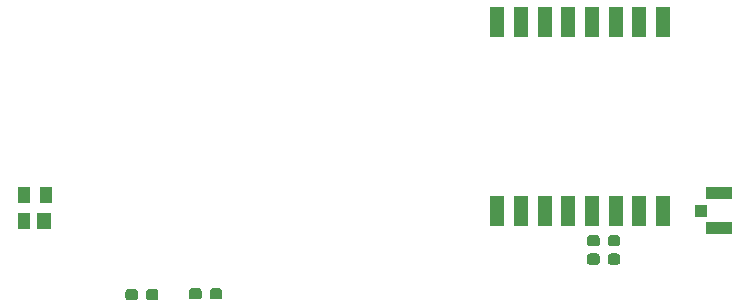
<source format=gbp>
G04 #@! TF.GenerationSoftware,KiCad,Pcbnew,6.0.0-unknown-da645c5~86~ubuntu18.04.1*
G04 #@! TF.CreationDate,2019-07-09T16:21:19-04:00*
G04 #@! TF.ProjectId,Femtosat,46656d74-6f73-4617-942e-6b696361645f,rev?*
G04 #@! TF.SameCoordinates,Original*
G04 #@! TF.FileFunction,Paste,Bot*
G04 #@! TF.FilePolarity,Positive*
%FSLAX46Y46*%
G04 Gerber Fmt 4.6, Leading zero omitted, Abs format (unit mm)*
G04 Created by KiCad (PCBNEW 6.0.0-unknown-da645c5~86~ubuntu18.04.1) date 2019-07-09 16:21:19*
%MOMM*%
%LPD*%
G04 APERTURE LIST*
%ADD10R,2.200000X1.050000*%
%ADD11R,1.050000X1.000000*%
%ADD12R,1.000000X1.400000*%
%ADD13R,1.200000X1.400000*%
%ADD14C,0.100000*%
%ADD15C,0.950000*%
%ADD16R,1.300000X2.500000*%
G04 APERTURE END LIST*
D10*
X157925000Y-60325000D03*
D11*
X156400000Y-58850000D03*
D10*
X157925000Y-57375000D03*
D12*
X100950000Y-57550000D03*
X99050000Y-57550000D03*
X99050000Y-59750000D03*
D13*
X100770000Y-59750000D03*
D14*
G36*
X108553387Y-65493079D02*
G01*
X108630438Y-65544562D01*
X108681921Y-65621613D01*
X108700000Y-65712500D01*
X108700000Y-66187500D01*
X108681921Y-66278387D01*
X108630438Y-66355438D01*
X108553387Y-66406921D01*
X108462500Y-66425000D01*
X107887500Y-66425000D01*
X107796613Y-66406921D01*
X107719562Y-66355438D01*
X107668079Y-66278387D01*
X107650000Y-66187500D01*
X107650000Y-65712500D01*
X107668079Y-65621613D01*
X107719562Y-65544562D01*
X107796613Y-65493079D01*
X107887500Y-65475000D01*
X108462500Y-65475000D01*
X108553387Y-65493079D01*
X108553387Y-65493079D01*
G37*
D15*
X108175000Y-65950000D03*
D14*
G36*
X110303387Y-65493079D02*
G01*
X110380438Y-65544562D01*
X110431921Y-65621613D01*
X110450000Y-65712500D01*
X110450000Y-66187500D01*
X110431921Y-66278387D01*
X110380438Y-66355438D01*
X110303387Y-66406921D01*
X110212500Y-66425000D01*
X109637500Y-66425000D01*
X109546613Y-66406921D01*
X109469562Y-66355438D01*
X109418079Y-66278387D01*
X109400000Y-66187500D01*
X109400000Y-65712500D01*
X109418079Y-65621613D01*
X109469562Y-65544562D01*
X109546613Y-65493079D01*
X109637500Y-65475000D01*
X110212500Y-65475000D01*
X110303387Y-65493079D01*
X110303387Y-65493079D01*
G37*
D15*
X109925000Y-65950000D03*
D14*
G36*
X115703387Y-65443079D02*
G01*
X115780438Y-65494562D01*
X115831921Y-65571613D01*
X115850000Y-65662500D01*
X115850000Y-66137500D01*
X115831921Y-66228387D01*
X115780438Y-66305438D01*
X115703387Y-66356921D01*
X115612500Y-66375000D01*
X115037500Y-66375000D01*
X114946613Y-66356921D01*
X114869562Y-66305438D01*
X114818079Y-66228387D01*
X114800000Y-66137500D01*
X114800000Y-65662500D01*
X114818079Y-65571613D01*
X114869562Y-65494562D01*
X114946613Y-65443079D01*
X115037500Y-65425000D01*
X115612500Y-65425000D01*
X115703387Y-65443079D01*
X115703387Y-65443079D01*
G37*
D15*
X115325000Y-65900000D03*
D14*
G36*
X113953387Y-65443079D02*
G01*
X114030438Y-65494562D01*
X114081921Y-65571613D01*
X114100000Y-65662500D01*
X114100000Y-66137500D01*
X114081921Y-66228387D01*
X114030438Y-66305438D01*
X113953387Y-66356921D01*
X113862500Y-66375000D01*
X113287500Y-66375000D01*
X113196613Y-66356921D01*
X113119562Y-66305438D01*
X113068079Y-66228387D01*
X113050000Y-66137500D01*
X113050000Y-65662500D01*
X113068079Y-65571613D01*
X113119562Y-65494562D01*
X113196613Y-65443079D01*
X113287500Y-65425000D01*
X113862500Y-65425000D01*
X113953387Y-65443079D01*
X113953387Y-65443079D01*
G37*
D15*
X113575000Y-65900000D03*
D16*
X139150000Y-58850000D03*
X141150000Y-58850000D03*
X143150000Y-58850000D03*
X145150000Y-58850000D03*
X147150000Y-58850000D03*
X149150000Y-58850000D03*
X151150000Y-58850000D03*
X153150000Y-58850000D03*
X153150000Y-42850000D03*
X151150000Y-42850000D03*
X149150000Y-42850000D03*
X147150000Y-42850000D03*
X145150000Y-42850000D03*
X143150000Y-42850000D03*
X141150000Y-42850000D03*
X139150000Y-42850000D03*
D14*
G36*
X147653387Y-60943079D02*
G01*
X147730438Y-60994562D01*
X147781921Y-61071613D01*
X147800000Y-61162500D01*
X147800000Y-61637500D01*
X147781921Y-61728387D01*
X147730438Y-61805438D01*
X147653387Y-61856921D01*
X147562500Y-61875000D01*
X146987500Y-61875000D01*
X146896613Y-61856921D01*
X146819562Y-61805438D01*
X146768079Y-61728387D01*
X146750000Y-61637500D01*
X146750000Y-61162500D01*
X146768079Y-61071613D01*
X146819562Y-60994562D01*
X146896613Y-60943079D01*
X146987500Y-60925000D01*
X147562500Y-60925000D01*
X147653387Y-60943079D01*
X147653387Y-60943079D01*
G37*
D15*
X147275000Y-61400000D03*
D14*
G36*
X149403387Y-60943079D02*
G01*
X149480438Y-60994562D01*
X149531921Y-61071613D01*
X149550000Y-61162500D01*
X149550000Y-61637500D01*
X149531921Y-61728387D01*
X149480438Y-61805438D01*
X149403387Y-61856921D01*
X149312500Y-61875000D01*
X148737500Y-61875000D01*
X148646613Y-61856921D01*
X148569562Y-61805438D01*
X148518079Y-61728387D01*
X148500000Y-61637500D01*
X148500000Y-61162500D01*
X148518079Y-61071613D01*
X148569562Y-60994562D01*
X148646613Y-60943079D01*
X148737500Y-60925000D01*
X149312500Y-60925000D01*
X149403387Y-60943079D01*
X149403387Y-60943079D01*
G37*
D15*
X149025000Y-61400000D03*
D14*
G36*
X147653387Y-62493079D02*
G01*
X147730438Y-62544562D01*
X147781921Y-62621613D01*
X147800000Y-62712500D01*
X147800000Y-63187500D01*
X147781921Y-63278387D01*
X147730438Y-63355438D01*
X147653387Y-63406921D01*
X147562500Y-63425000D01*
X146987500Y-63425000D01*
X146896613Y-63406921D01*
X146819562Y-63355438D01*
X146768079Y-63278387D01*
X146750000Y-63187500D01*
X146750000Y-62712500D01*
X146768079Y-62621613D01*
X146819562Y-62544562D01*
X146896613Y-62493079D01*
X146987500Y-62475000D01*
X147562500Y-62475000D01*
X147653387Y-62493079D01*
X147653387Y-62493079D01*
G37*
D15*
X147275000Y-62950000D03*
D14*
G36*
X149403387Y-62493079D02*
G01*
X149480438Y-62544562D01*
X149531921Y-62621613D01*
X149550000Y-62712500D01*
X149550000Y-63187500D01*
X149531921Y-63278387D01*
X149480438Y-63355438D01*
X149403387Y-63406921D01*
X149312500Y-63425000D01*
X148737500Y-63425000D01*
X148646613Y-63406921D01*
X148569562Y-63355438D01*
X148518079Y-63278387D01*
X148500000Y-63187500D01*
X148500000Y-62712500D01*
X148518079Y-62621613D01*
X148569562Y-62544562D01*
X148646613Y-62493079D01*
X148737500Y-62475000D01*
X149312500Y-62475000D01*
X149403387Y-62493079D01*
X149403387Y-62493079D01*
G37*
D15*
X149025000Y-62950000D03*
M02*

</source>
